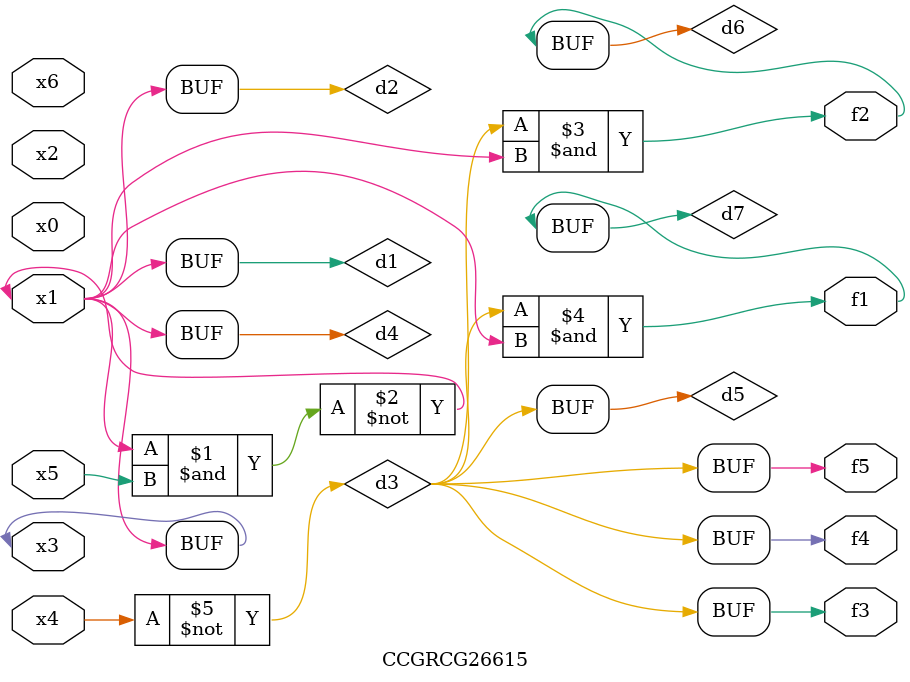
<source format=v>
module CCGRCG26615(
	input x0, x1, x2, x3, x4, x5, x6,
	output f1, f2, f3, f4, f5
);

	wire d1, d2, d3, d4, d5, d6, d7;

	buf (d1, x1, x3);
	nand (d2, x1, x5);
	not (d3, x4);
	buf (d4, d1, d2);
	buf (d5, d3);
	and (d6, d3, d4);
	and (d7, d3, d4);
	assign f1 = d7;
	assign f2 = d6;
	assign f3 = d5;
	assign f4 = d5;
	assign f5 = d5;
endmodule

</source>
